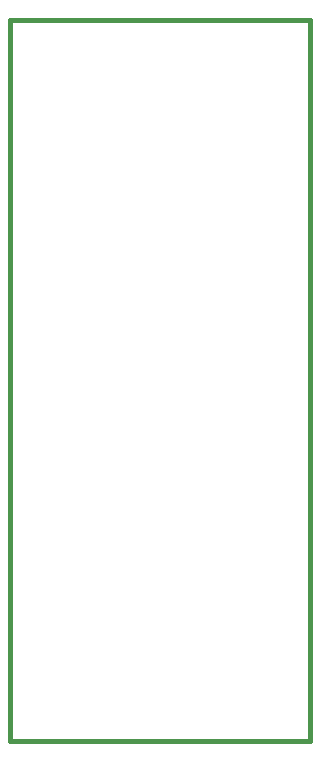
<source format=gbr>
G04 (created by PCBNEW-RS274X (2011-07-19)-testing) date Fri 30 Dec 2011 11:25:08 AM PST*
G01*
G70*
G90*
%MOIN*%
G04 Gerber Fmt 3.4, Leading zero omitted, Abs format*
%FSLAX34Y34*%
G04 APERTURE LIST*
%ADD10C,0.006000*%
%ADD11C,0.015000*%
G04 APERTURE END LIST*
G54D10*
G54D11*
X39370Y-63386D02*
X39370Y-39370D01*
X49370Y-63386D02*
X39370Y-63386D01*
X49370Y-39370D02*
X49370Y-63386D01*
X39370Y-39370D02*
X49370Y-39370D01*
M02*

</source>
